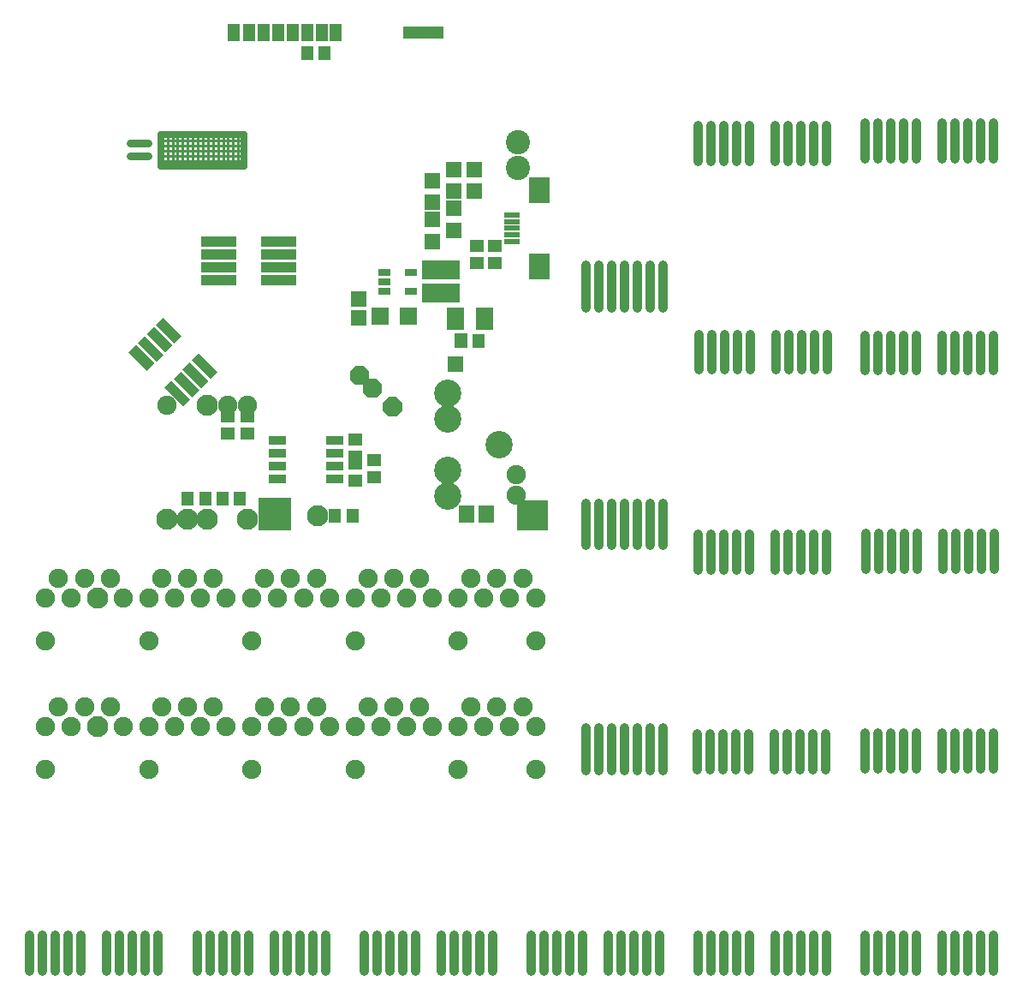
<source format=gbs>
%FSLAX34Y34*%
%MOMM*%
%LNSOLDERMASK_BOTTOM*%
G71*
G01*
%ADD10C, 1.900*%
%ADD11C, 2.100*%
%ADD12R, 1.800X2.200*%
%ADD13R, 1.190X0.800*%
%ADD14R, 3.800X1.900*%
%ADD15R, 1.800X1.800*%
%ADD16R, 1.600X1.500*%
%ADD17R, 1.600X1.600*%
%ADD18R, 1.200X1.800*%
%ADD19R, 1.300X1.400*%
%ADD20C, 2.400*%
%ADD21R, 1.800X0.870*%
%ADD22R, 1.400X1.300*%
%ADD23R, 1.500X1.700*%
%ADD24C, 2.700*%
%ADD25R, 1.550X0.600*%
%ADD26R, 2.100X2.500*%
%ADD27C, 0.250*%
%ADD28C, 0.700*%
%ADD29C, 0.800*%
%ADD30R, 2.600X1.000*%
%ADD31R, 0.500X1.200*%
%ADD32R, 3.500X1.000*%
%ADD33R, 2.500X1.000*%
%ADD34C, 0.950*%
%LPD*%
X39552Y-654101D02*
G54D10*
D03*
X141552Y-654101D02*
G54D10*
D03*
X243552Y-654101D02*
G54D10*
D03*
X345552Y-654101D02*
G54D10*
D03*
X447552Y-654102D02*
G54D10*
D03*
X524052Y-654101D02*
G54D10*
D03*
X39552Y-611825D02*
G54D10*
D03*
X65052Y-611826D02*
G54D10*
D03*
X90553Y-611825D02*
G54D11*
D03*
X116052Y-611826D02*
G54D10*
D03*
X141552Y-611826D02*
G54D10*
D03*
X167052Y-611826D02*
G54D10*
D03*
X192552Y-611826D02*
G54D10*
D03*
X218052Y-611826D02*
G54D10*
D03*
X243552Y-611826D02*
G54D10*
D03*
X269052Y-611826D02*
G54D10*
D03*
X294552Y-611826D02*
G54D10*
D03*
X320052Y-611826D02*
G54D10*
D03*
X345552Y-611826D02*
G54D10*
D03*
X371052Y-611826D02*
G54D10*
D03*
X396552Y-611826D02*
G54D10*
D03*
X422052Y-611826D02*
G54D10*
D03*
X447552Y-611826D02*
G54D10*
D03*
X473052Y-611826D02*
G54D10*
D03*
X498552Y-611826D02*
G54D10*
D03*
X524052Y-611826D02*
G54D10*
D03*
X52302Y-591825D02*
G54D10*
D03*
X77802Y-591825D02*
G54D10*
D03*
X103302Y-591826D02*
G54D10*
D03*
X154302Y-591826D02*
G54D10*
D03*
X179802Y-591826D02*
G54D10*
D03*
X205302Y-591826D02*
G54D10*
D03*
X256302Y-591826D02*
G54D10*
D03*
X281802Y-591826D02*
G54D10*
D03*
X307302Y-591826D02*
G54D10*
D03*
X358302Y-591826D02*
G54D10*
D03*
X383802Y-591826D02*
G54D10*
D03*
X409302Y-591826D02*
G54D10*
D03*
X460302Y-591826D02*
G54D10*
D03*
X485802Y-591826D02*
G54D10*
D03*
X511302Y-591826D02*
G54D10*
D03*
X473189Y-335303D02*
G54D12*
D03*
X445197Y-335296D02*
G54D12*
D03*
X374672Y-289740D02*
G54D13*
D03*
X374674Y-299145D02*
G54D13*
D03*
X374672Y-308740D02*
G54D13*
D03*
X400571Y-308740D02*
G54D13*
D03*
X400572Y-289740D02*
G54D13*
D03*
X430792Y-310225D02*
G54D14*
D03*
X430792Y-287225D02*
G54D14*
D03*
X398620Y-333348D02*
G54D15*
D03*
X370620Y-333348D02*
G54D15*
D03*
X348898Y-334856D02*
G54D16*
D03*
X348900Y-315851D02*
G54D16*
D03*
X422222Y-237667D02*
G54D16*
D03*
X422222Y-259241D02*
G54D16*
D03*
X445189Y-380681D02*
G54D17*
D03*
X505042Y-490177D02*
G54D10*
D03*
G36*
X506096Y-544804D02*
X506096Y-514804D01*
X536096Y-514804D01*
X536096Y-544804D01*
X506096Y-544804D01*
G37*
X225885Y-53213D02*
G54D18*
D03*
X240964Y-53212D02*
G54D18*
D03*
X255252Y-53211D02*
G54D18*
D03*
X269539Y-53212D02*
G54D18*
D03*
X283827Y-53212D02*
G54D18*
D03*
X298117Y-53213D02*
G54D18*
D03*
X312402Y-53212D02*
G54D18*
D03*
X326689Y-53212D02*
G54D18*
D03*
X298117Y-73593D02*
G54D19*
D03*
X315117Y-73593D02*
G54D19*
D03*
X159552Y-533927D02*
G54D11*
D03*
X180197Y-533933D02*
G54D11*
D03*
X199247Y-533933D02*
G54D11*
D03*
X199244Y-421093D02*
G54D11*
D03*
G36*
X282262Y-512852D02*
X282262Y-544852D01*
X250262Y-544852D01*
X250262Y-512852D01*
X282262Y-512852D01*
G37*
X506659Y-186532D02*
G54D20*
D03*
X506657Y-161132D02*
G54D20*
D03*
X325350Y-455508D02*
G54D21*
D03*
X325349Y-468208D02*
G54D21*
D03*
X325350Y-480908D02*
G54D21*
D03*
X325349Y-493608D02*
G54D21*
D03*
X268350Y-493608D02*
G54D21*
D03*
X268350Y-480908D02*
G54D21*
D03*
X268350Y-468208D02*
G54D21*
D03*
X268350Y-455508D02*
G54D21*
D03*
X345818Y-478924D02*
G54D22*
D03*
X345818Y-495924D02*
G54D22*
D03*
X345818Y-454780D02*
G54D22*
D03*
X345817Y-471780D02*
G54D22*
D03*
X364783Y-492114D02*
G54D22*
D03*
X364783Y-475114D02*
G54D22*
D03*
X455612Y-528636D02*
G54D23*
D03*
X159556Y-421094D02*
G54D10*
D03*
X219881Y-421094D02*
G54D10*
D03*
X238931Y-421094D02*
G54D10*
D03*
G36*
X121676Y-368555D02*
X128748Y-361485D01*
X147131Y-379871D01*
X140059Y-386942D01*
X121676Y-368555D01*
G37*
G36*
X130656Y-359575D02*
X137728Y-352504D01*
X156111Y-370890D01*
X149040Y-377961D01*
X130656Y-359575D01*
G37*
G36*
X139636Y-350594D02*
X146708Y-343524D01*
X165091Y-361911D01*
X158019Y-368981D01*
X139636Y-350594D01*
G37*
G36*
X148616Y-341616D02*
X155686Y-334545D01*
X174072Y-352928D01*
X167002Y-360000D01*
X148616Y-341616D01*
G37*
G36*
X183971Y-376971D02*
X191042Y-369900D01*
X209427Y-388284D01*
X202357Y-395355D01*
X183971Y-376971D01*
G37*
G36*
X174991Y-385952D02*
X182062Y-378880D01*
X200447Y-397264D01*
X193376Y-404336D01*
X174991Y-385952D01*
G37*
G36*
X166011Y-394932D02*
X173082Y-387860D01*
X191467Y-406245D01*
X184396Y-413316D01*
X166011Y-394932D01*
G37*
G36*
X157031Y-403911D02*
X164103Y-396840D01*
X182487Y-415226D01*
X175415Y-422296D01*
X157031Y-403911D01*
G37*
X231699Y-513150D02*
G54D19*
D03*
X214697Y-513147D02*
G54D19*
D03*
X475453Y-528638D02*
G54D23*
D03*
X487558Y-460199D02*
G54D24*
D03*
X436758Y-485599D02*
G54D24*
D03*
X436758Y-434798D02*
G54D24*
D03*
X436758Y-409399D02*
G54D24*
D03*
X436758Y-510999D02*
G54D24*
D03*
X501033Y-233343D02*
G54D25*
D03*
X501033Y-239843D02*
G54D25*
D03*
X501033Y-246343D02*
G54D25*
D03*
X501033Y-252843D02*
G54D25*
D03*
X501033Y-259343D02*
G54D25*
D03*
X527783Y-283843D02*
G54D26*
D03*
X527783Y-208843D02*
G54D26*
D03*
X422222Y-199170D02*
G54D16*
D03*
X422222Y-220744D02*
G54D16*
D03*
X442859Y-226872D02*
G54D16*
D03*
X442859Y-248446D02*
G54D16*
D03*
X442859Y-188375D02*
G54D16*
D03*
X442859Y-209949D02*
G54D16*
D03*
G36*
X366686Y-394916D02*
X372244Y-400474D01*
X372244Y-408358D01*
X366686Y-413916D01*
X358802Y-413916D01*
X353244Y-408358D01*
X353244Y-400474D01*
X358802Y-394916D01*
X366686Y-394916D01*
G37*
G36*
X353986Y-382216D02*
X359544Y-387774D01*
X359544Y-395658D01*
X353986Y-401216D01*
X346102Y-401216D01*
X340544Y-395658D01*
X340544Y-387774D01*
X346102Y-382216D01*
X353986Y-382216D01*
G37*
G36*
X386656Y-413172D02*
X392214Y-418730D01*
X392214Y-426614D01*
X386656Y-432172D01*
X378772Y-432172D01*
X373214Y-426614D01*
X373214Y-418730D01*
X378772Y-413172D01*
X386656Y-413172D01*
G37*
X463497Y-188375D02*
G54D16*
D03*
X463496Y-209949D02*
G54D16*
D03*
X483956Y-280359D02*
G54D22*
D03*
X483956Y-263359D02*
G54D22*
D03*
X465700Y-280359D02*
G54D22*
D03*
X465700Y-263359D02*
G54D22*
D03*
X308197Y-530178D02*
G54D11*
D03*
G54D27*
X155000Y-185085D02*
X155000Y-153335D01*
X160000Y-185085D02*
X160000Y-153335D01*
X165000Y-185085D02*
X165000Y-153335D01*
X170000Y-185085D02*
X170000Y-153335D01*
X175000Y-185085D02*
X175000Y-153335D01*
X180000Y-185085D02*
X180000Y-153335D01*
X185000Y-185085D02*
X185000Y-153335D01*
X190000Y-185085D02*
X190000Y-153335D01*
X195000Y-185085D02*
X195000Y-153335D01*
X200000Y-185085D02*
X200000Y-153335D01*
X205000Y-185085D02*
X205000Y-153335D01*
X210000Y-185085D02*
X210000Y-153335D01*
X215000Y-185085D02*
X215000Y-153335D01*
X220000Y-185085D02*
X220000Y-153335D01*
X225000Y-185085D02*
X225000Y-153335D01*
X230000Y-185085D02*
X230000Y-153335D01*
X235000Y-185085D02*
X235000Y-153335D01*
X153411Y-185000D02*
X235961Y-185000D01*
X153411Y-180000D02*
X235961Y-180000D01*
X153411Y-175000D02*
X235961Y-175000D01*
X153411Y-170000D02*
X235961Y-170000D01*
X153411Y-165000D02*
X235961Y-165000D01*
X153411Y-160000D02*
X235961Y-160000D01*
X153411Y-155000D02*
X235961Y-155000D01*
G54D28*
X153411Y-153335D02*
X235961Y-153335D01*
X235961Y-185085D01*
X153411Y-185085D01*
X153411Y-153335D01*
G54D29*
X140853Y-175021D02*
X122706Y-175021D01*
G54D29*
X140853Y-162321D02*
X122706Y-162321D01*
X180197Y-513144D02*
G54D19*
D03*
X197199Y-513147D02*
G54D19*
D03*
X265265Y-259230D02*
G54D30*
D03*
X265265Y-271930D02*
G54D30*
D03*
X265264Y-284630D02*
G54D30*
D03*
X265265Y-297330D02*
G54D30*
D03*
X215264Y-297330D02*
G54D30*
D03*
X215264Y-284630D02*
G54D30*
D03*
X215265Y-271930D02*
G54D30*
D03*
X215265Y-259230D02*
G54D30*
D03*
X325787Y-530177D02*
G54D19*
D03*
X342786Y-530178D02*
G54D19*
D03*
X219622Y-449021D02*
G54D22*
D03*
X219625Y-432019D02*
G54D22*
D03*
X238672Y-449021D02*
G54D22*
D03*
X238675Y-432019D02*
G54D22*
D03*
G36*
X443953Y-350307D02*
X456953Y-350306D01*
X456953Y-364306D01*
X443953Y-364307D01*
X443953Y-350307D01*
G37*
X467453Y-357306D02*
G54D19*
D03*
X395531Y-53166D02*
G54D31*
D03*
X400531Y-53166D02*
G54D31*
D03*
X405531Y-53166D02*
G54D31*
D03*
X410531Y-53166D02*
G54D31*
D03*
X415531Y-53166D02*
G54D31*
D03*
X420531Y-53166D02*
G54D31*
D03*
X425531Y-53166D02*
G54D31*
D03*
X430531Y-53166D02*
G54D31*
D03*
X455612Y-528636D02*
G54D23*
D03*
X475453Y-528638D02*
G54D23*
D03*
X238941Y-533927D02*
G54D11*
D03*
X505043Y-510178D02*
G54D10*
D03*
X270027Y-259230D02*
G54D32*
D03*
X215265Y-259230D02*
G54D33*
D03*
X270027Y-271930D02*
G54D32*
D03*
X270027Y-284630D02*
G54D32*
D03*
X270027Y-297330D02*
G54D32*
D03*
X210502Y-297330D02*
G54D32*
D03*
X210502Y-284630D02*
G54D32*
D03*
X210502Y-271930D02*
G54D32*
D03*
X210502Y-259230D02*
G54D32*
D03*
X39552Y-781101D02*
G54D10*
D03*
X141552Y-781101D02*
G54D10*
D03*
X243552Y-781101D02*
G54D10*
D03*
X345552Y-781101D02*
G54D10*
D03*
X447552Y-781102D02*
G54D10*
D03*
X524052Y-781101D02*
G54D10*
D03*
X39552Y-738825D02*
G54D10*
D03*
X65052Y-738826D02*
G54D10*
D03*
X90553Y-738825D02*
G54D11*
D03*
X116052Y-738826D02*
G54D10*
D03*
X141552Y-738826D02*
G54D10*
D03*
X167052Y-738826D02*
G54D10*
D03*
X192552Y-738826D02*
G54D10*
D03*
X218052Y-738826D02*
G54D10*
D03*
X243552Y-738826D02*
G54D10*
D03*
X269052Y-738826D02*
G54D10*
D03*
X294552Y-738826D02*
G54D10*
D03*
X320052Y-738826D02*
G54D10*
D03*
X345552Y-738826D02*
G54D10*
D03*
X371052Y-738826D02*
G54D10*
D03*
X396552Y-738826D02*
G54D10*
D03*
X422052Y-738826D02*
G54D10*
D03*
X447552Y-738826D02*
G54D10*
D03*
X473052Y-738826D02*
G54D10*
D03*
X498552Y-738826D02*
G54D10*
D03*
X524052Y-738826D02*
G54D10*
D03*
X52302Y-718825D02*
G54D10*
D03*
X77802Y-718825D02*
G54D10*
D03*
X103302Y-718826D02*
G54D10*
D03*
X154302Y-718826D02*
G54D10*
D03*
X179802Y-718826D02*
G54D10*
D03*
X205302Y-718826D02*
G54D10*
D03*
X256302Y-718826D02*
G54D10*
D03*
X281802Y-718826D02*
G54D10*
D03*
X307302Y-718826D02*
G54D10*
D03*
X358302Y-718826D02*
G54D10*
D03*
X383802Y-718826D02*
G54D10*
D03*
X409302Y-718826D02*
G54D10*
D03*
X460302Y-718826D02*
G54D10*
D03*
X485802Y-718826D02*
G54D10*
D03*
X511302Y-718826D02*
G54D10*
D03*
G54D34*
X137624Y-944295D02*
X137624Y-979695D01*
G54D34*
X124824Y-944295D02*
X124824Y-979695D01*
G54D34*
X112124Y-944295D02*
X112124Y-979695D01*
G54D34*
X99524Y-944295D02*
X99524Y-979695D01*
G54D34*
X74024Y-944295D02*
X74024Y-979695D01*
G54D34*
X150224Y-944295D02*
X150224Y-979695D01*
G54D34*
X61324Y-944295D02*
X61324Y-979695D01*
G54D34*
X48724Y-944295D02*
X48724Y-979695D01*
G54D34*
X35924Y-944295D02*
X35924Y-979695D01*
G54D34*
X23224Y-944295D02*
X23224Y-979695D01*
G54D34*
X303518Y-944295D02*
X303517Y-979695D01*
G54D34*
X290717Y-944295D02*
X290717Y-979695D01*
G54D34*
X278017Y-944295D02*
X278017Y-979695D01*
G54D34*
X265417Y-944295D02*
X265417Y-979695D01*
G54D34*
X239917Y-944295D02*
X239917Y-979695D01*
G54D34*
X316117Y-944295D02*
X316117Y-979695D01*
G54D34*
X227217Y-944295D02*
X227217Y-979695D01*
G54D34*
X214617Y-944295D02*
X214617Y-979695D01*
G54D34*
X201817Y-944295D02*
X201817Y-979695D01*
G54D34*
X189117Y-944295D02*
X189117Y-979695D01*
G54D34*
X468618Y-944295D02*
X468617Y-979695D01*
G54D34*
X455817Y-944295D02*
X455817Y-979695D01*
G54D34*
X443117Y-944295D02*
X443117Y-979695D01*
G54D34*
X430517Y-944295D02*
X430517Y-979695D01*
G54D34*
X405017Y-944295D02*
X405017Y-979695D01*
G54D34*
X481217Y-944295D02*
X481217Y-979695D01*
G54D34*
X392317Y-944295D02*
X392317Y-979695D01*
G54D34*
X379717Y-944295D02*
X379717Y-979695D01*
G54D34*
X366917Y-944295D02*
X366917Y-979695D01*
G54D34*
X354217Y-944295D02*
X354217Y-979695D01*
G54D34*
X633718Y-944295D02*
X633718Y-979695D01*
G54D34*
X620918Y-944295D02*
X620918Y-979695D01*
G54D34*
X608218Y-944295D02*
X608218Y-979695D01*
G54D34*
X595618Y-944295D02*
X595618Y-979695D01*
G54D34*
X570118Y-944295D02*
X570118Y-979695D01*
G54D34*
X646318Y-944295D02*
X646318Y-979695D01*
G54D34*
X557418Y-944295D02*
X557418Y-979695D01*
G54D34*
X544818Y-944295D02*
X544818Y-979695D01*
G54D34*
X532018Y-944295D02*
X532018Y-979695D01*
G54D34*
X519318Y-944295D02*
X519318Y-979695D01*
G54D34*
X798818Y-944295D02*
X798817Y-979695D01*
G54D34*
X786017Y-944295D02*
X786017Y-979695D01*
G54D34*
X773317Y-944295D02*
X773317Y-979695D01*
G54D34*
X760717Y-944295D02*
X760717Y-979695D01*
G54D34*
X735217Y-944295D02*
X735217Y-979695D01*
G54D34*
X811417Y-944295D02*
X811417Y-979695D01*
G54D34*
X722517Y-944295D02*
X722517Y-979695D01*
G54D34*
X709917Y-944295D02*
X709917Y-979695D01*
G54D34*
X697117Y-944295D02*
X697117Y-979695D01*
G54D34*
X684417Y-944295D02*
X684417Y-979695D01*
G54D34*
X963918Y-944295D02*
X963918Y-979695D01*
G54D34*
X951118Y-944295D02*
X951118Y-979695D01*
G54D34*
X938418Y-944295D02*
X938418Y-979695D01*
G54D34*
X925818Y-944295D02*
X925818Y-979695D01*
G54D34*
X900318Y-944295D02*
X900318Y-979695D01*
G54D34*
X976518Y-944295D02*
X976518Y-979695D01*
G54D34*
X887618Y-944295D02*
X887618Y-979695D01*
G54D34*
X875018Y-944295D02*
X875018Y-979695D01*
G54D34*
X862218Y-944295D02*
X862218Y-979695D01*
G54D34*
X849518Y-944295D02*
X849518Y-979695D01*
G54D34*
X963727Y-744751D02*
X963726Y-780151D01*
G54D34*
X950927Y-744751D02*
X950927Y-780151D01*
G54D34*
X938227Y-744751D02*
X938227Y-780151D01*
G54D34*
X925627Y-744751D02*
X925627Y-780151D01*
G54D34*
X900127Y-744751D02*
X900127Y-780151D01*
G54D34*
X976326Y-744751D02*
X976326Y-780151D01*
G54D34*
X887427Y-744751D02*
X887427Y-780151D01*
G54D34*
X874827Y-744751D02*
X874827Y-780151D01*
G54D34*
X862027Y-744751D02*
X862027Y-780151D01*
G54D34*
X849327Y-744751D02*
X849327Y-780151D01*
G54D34*
X798230Y-745545D02*
X798230Y-780945D01*
G54D34*
X785430Y-745545D02*
X785430Y-780945D01*
G54D34*
X772730Y-745545D02*
X772730Y-780945D01*
G54D34*
X760130Y-745545D02*
X760130Y-780945D01*
G54D34*
X734630Y-745545D02*
X734630Y-780945D01*
G54D34*
X810830Y-745545D02*
X810830Y-780945D01*
G54D34*
X721930Y-745545D02*
X721930Y-780945D01*
G54D34*
X709330Y-745545D02*
X709330Y-780945D01*
G54D34*
X696530Y-745545D02*
X696530Y-780945D01*
G54D34*
X683830Y-745545D02*
X683830Y-780945D01*
G54D34*
X964918Y-547504D02*
X964917Y-582904D01*
G54D34*
X952117Y-547504D02*
X952117Y-582904D01*
G54D34*
X939417Y-547504D02*
X939417Y-582904D01*
G54D34*
X926817Y-547504D02*
X926817Y-582904D01*
G54D34*
X901317Y-547504D02*
X901317Y-582904D01*
G54D34*
X977517Y-547504D02*
X977517Y-582904D01*
G54D34*
X888617Y-547504D02*
X888617Y-582904D01*
G54D34*
X876017Y-547504D02*
X876017Y-582904D01*
G54D34*
X863217Y-547504D02*
X863217Y-582904D01*
G54D34*
X850517Y-547504D02*
X850517Y-582904D01*
G54D34*
X798399Y-548151D02*
X798398Y-583551D01*
G54D34*
X785599Y-548151D02*
X785599Y-583551D01*
G54D34*
X772899Y-548151D02*
X772899Y-583551D01*
G54D34*
X760299Y-548151D02*
X760299Y-583551D01*
G54D34*
X734799Y-548151D02*
X734799Y-583551D01*
G54D34*
X810998Y-548151D02*
X810998Y-583551D01*
G54D34*
X722099Y-548151D02*
X722099Y-583551D01*
G54D34*
X709499Y-548151D02*
X709499Y-583551D01*
G54D34*
X696699Y-548151D02*
X696699Y-583551D01*
G54D34*
X683999Y-548151D02*
X683999Y-583551D01*
G54D34*
X964124Y-351448D02*
X964123Y-386848D01*
G54D34*
X951324Y-351448D02*
X951324Y-386848D01*
G54D34*
X938624Y-351448D02*
X938624Y-386848D01*
G54D34*
X926024Y-351448D02*
X926024Y-386848D01*
G54D34*
X900524Y-351448D02*
X900524Y-386848D01*
G54D34*
X976723Y-351448D02*
X976723Y-386848D01*
G54D34*
X887824Y-351448D02*
X887824Y-386848D01*
G54D34*
X875224Y-351448D02*
X875224Y-386848D01*
G54D34*
X862424Y-351448D02*
X862424Y-386848D01*
G54D34*
X849724Y-351448D02*
X849724Y-386848D01*
G54D34*
X799818Y-350654D02*
X799817Y-386054D01*
G54D34*
X787017Y-350654D02*
X787017Y-386054D01*
G54D34*
X774317Y-350654D02*
X774317Y-386054D01*
G54D34*
X761717Y-350654D02*
X761717Y-386054D01*
G54D34*
X736217Y-350654D02*
X736217Y-386054D01*
G54D34*
X812417Y-350654D02*
X812417Y-386054D01*
G54D34*
X723517Y-350654D02*
X723517Y-386054D01*
G54D34*
X710917Y-350654D02*
X710917Y-386054D01*
G54D34*
X698117Y-350654D02*
X698117Y-386054D01*
G54D34*
X685417Y-350654D02*
X685417Y-386054D01*
G54D34*
X637098Y-739931D02*
X637098Y-781681D01*
G54D34*
X624298Y-739932D02*
X624298Y-781682D01*
G54D34*
X611598Y-739932D02*
X611598Y-781682D01*
G54D34*
X598998Y-739932D02*
X598998Y-781682D01*
G54D34*
X586198Y-739932D02*
X586198Y-781681D01*
G54D34*
X573498Y-739932D02*
X573498Y-781681D01*
G54D34*
X649698Y-739931D02*
X649698Y-781682D01*
G54D34*
X637098Y-517681D02*
X637098Y-559431D01*
G54D34*
X624298Y-517682D02*
X624298Y-559432D01*
G54D34*
X611598Y-517682D02*
X611598Y-559432D01*
G54D34*
X598998Y-517682D02*
X598998Y-559432D01*
G54D34*
X586198Y-517682D02*
X586198Y-559431D01*
G54D34*
X573498Y-517682D02*
X573498Y-559431D01*
G54D34*
X649698Y-517681D02*
X649698Y-559432D01*
G54D34*
X637098Y-282731D02*
X637098Y-324481D01*
G54D34*
X624298Y-282732D02*
X624298Y-324482D01*
G54D34*
X611598Y-282732D02*
X611598Y-324482D01*
G54D34*
X598998Y-282732D02*
X598998Y-324482D01*
G54D34*
X586198Y-282732D02*
X586198Y-324481D01*
G54D34*
X573498Y-282732D02*
X573498Y-324481D01*
G54D34*
X649698Y-282731D02*
X649698Y-324482D01*
G54D34*
X964124Y-141898D02*
X964123Y-177298D01*
G54D34*
X951324Y-141898D02*
X951324Y-177298D01*
G54D34*
X938624Y-141898D02*
X938624Y-177298D01*
G54D34*
X926024Y-141898D02*
X926024Y-177298D01*
G54D34*
X900524Y-141898D02*
X900524Y-177298D01*
G54D34*
X976723Y-141898D02*
X976723Y-177298D01*
G54D34*
X887824Y-141898D02*
X887824Y-177298D01*
G54D34*
X875224Y-141898D02*
X875224Y-177298D01*
G54D34*
X862424Y-141898D02*
X862424Y-177298D01*
G54D34*
X849724Y-141898D02*
X849724Y-177298D01*
G54D34*
X798818Y-144194D02*
X798818Y-179594D01*
G54D34*
X786018Y-144194D02*
X786018Y-179594D01*
G54D34*
X773318Y-144194D02*
X773318Y-179594D01*
G54D34*
X760718Y-144194D02*
X760718Y-179594D01*
G54D34*
X735218Y-144194D02*
X735218Y-179594D01*
G54D34*
X811418Y-144194D02*
X811418Y-179594D01*
G54D34*
X722518Y-144194D02*
X722518Y-179594D01*
G54D34*
X709918Y-144194D02*
X709918Y-179594D01*
G54D34*
X697118Y-144194D02*
X697118Y-179594D01*
G54D34*
X684418Y-144194D02*
X684418Y-179594D01*
M02*

</source>
